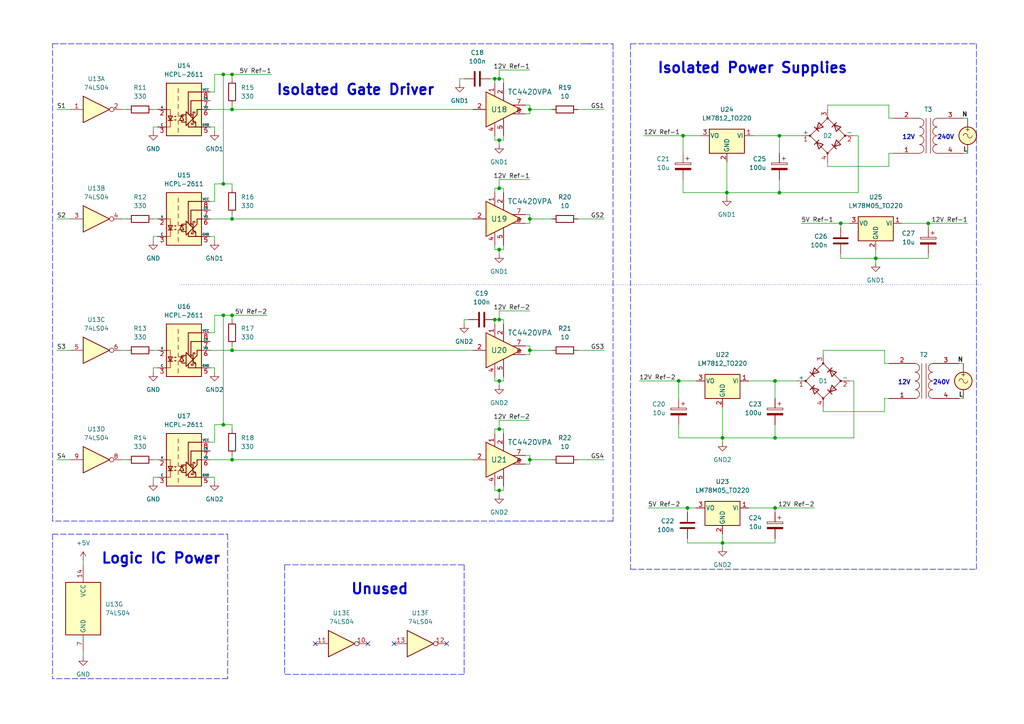
<source format=kicad_sch>
(kicad_sch (version 20211123) (generator eeschema)
  (paper "A4")
  (title_block (title "Isolated Gate Driver") (date "2023-04-19") (rev "V1") (company "Kei Carden"))
  (lib_symbols
    (symbol "2022-08-09_03-04-10:TC4420VPA" (pin_names (offset 0.254))
      (property "Reference" "U?" (at 20.32 -10.16 0))
      (property "Value" "TC4420VPA" (at 29.21 -5.08 0))
      (symbol "TC4420VPA_1_0"
        (polyline (pts (xy 16.51 -5.08) (xy 16.51 -15.24) (xy 26.67 -10.16) (xy 16.51 -5.08)) (stroke (width 0.254)) (fill (type background)))
        (pin power_in line (at 19.05 -2.54 270) (length 3.81) (name "~") (number "1"))
        (pin input line (at 12.7 -10.16 0) (length 3.81) (name "~") (number "2"))
        (pin power_in line (at 21.59 -2.54 270) (length 5) (name "~") (number "2"))
        (pin power_in line (at 19.05 -17.78 90) (length 3.81) (name "~") (number "4"))
        (pin power_in line (at 21.59 -17.78 90) (length 5) (name "~") (number "5"))
        (pin output line (at 27.94 -11.43 180) (length 3.81) (name "~") (number "6"))
        (pin output line (at 27.94 -8.89 180) (length 3.81) (name "~") (number "7"))
      )
    )
    (symbol "74xx:74LS04"
      (property "Reference" "U" (at 0 1.27 0))
      (property "Value" "74LS04" (at 0 -1.27 0))
      (symbol "74LS04_1_0"
        (polyline (pts (xy -3.81 3.81) (xy -3.81 -3.81) (xy 3.81 0) (xy -3.81 3.81)) (stroke (width 0.254)) (fill (type background)))
        (pin input line (at -7.62 0 0) (length 3.81) (name "~") (number "1"))
        (pin output inverted (at 7.62 0 180) (length 3.81) (name "~") (number "2"))
      )
      (symbol "74LS04_2_0"
        (polyline (pts (xy -3.81 3.81) (xy -3.81 -3.81) (xy 3.81 0) (xy -3.81 3.81)) (stroke (width 0.254)) (fill (type background)))
        (pin input line (at -7.62 0 0) (length 3.81) (name "~") (number "3"))
        (pin output inverted (at 7.62 0 180) (length 3.81) (name "~") (number "4"))
      )
      (symbol "74LS04_3_0"
        (polyline (pts (xy -3.81 3.81) (xy -3.81 -3.81) (xy 3.81 0) (xy -3.81 3.81)) (stroke (width 0.254)) (fill (type background)))
        (pin input line (at -7.62 0 0) (length 3.81) (name "~") (number "5"))
        (pin output inverted (at 7.62 0 180) (length 3.81) (name "~") (number "6"))
      )
      (symbol "74LS04_4_0"
        (polyline (pts (xy -3.81 3.81) (xy -3.81 -3.81) (xy 3.81 0) (xy -3.81 3.81)) (stroke (width 0.254)) (fill (type background)))
        (pin output inverted (at 7.62 0 180) (length 3.81) (name "~") (number "8"))
        (pin input line (at -7.62 0 0) (length 3.81) (name "~") (number "9"))
      )
      (symbol "74LS04_5_0"
        (polyline (pts (xy -3.81 3.81) (xy -3.81 -3.81) (xy 3.81 0) (xy -3.81 3.81)) (stroke (width 0.254)) (fill (type background)))
        (pin output inverted (at 7.62 0 180) (length 3.81) (name "~") (number "10"))
        (pin input line (at -7.62 0 0) (length 3.81) (name "~") (number "11"))
      )
      (symbol "74LS04_6_0"
        (polyline (pts (xy -3.81 3.81) (xy -3.81 -3.81) (xy 3.81 0) (xy -3.81 3.81)) (stroke (width 0.254)) (fill (type background)))
        (pin output inverted (at 7.62 0 180) (length 3.81) (name "~") (number "12"))
        (pin input line (at -7.62 0 0) (length 3.81) (name "~") (number "13"))
      )
      (symbol "74LS04_7_0"
        (pin power_in line (at 0 12.7 270) (length 5.08) (name "VCC") (number "14"))
        (pin power_in line (at 0 -12.7 90) (length 5.08) (name "GND") (number "7"))
      )
      (symbol "74LS04_7_1"
        (rectangle (start -5.08 7.62) (end 5.08 -7.62) (stroke (width 0.254)) (fill (type background)))
      )
    )
    (symbol "Device:C" (pin_numbers hide) (pin_names (offset 0.254))
      (property "Reference" "C" (at 0.635 2.54 0))
      (property "Value" "C" (at 0.635 -2.54 0))
      (symbol "C_0_1"
        (polyline (pts (xy -2.032 -0.762) (xy 2.032 -0.762)) (stroke (width 0.508)))
        (polyline (pts (xy -2.032 0.762) (xy 2.032 0.762)) (stroke (width 0.508)))
      )
      (symbol "C_1_1"
        (pin passive line (at 0 3.81 270) (length 2.794) (name "~") (number "1"))
        (pin passive line (at 0 -3.81 90) (length 2.794) (name "~") (number "2"))
      )
    )
    (symbol "Device:C_Polarized" (pin_numbers hide) (pin_names (offset 0.254))
      (property "Reference" "C" (at 0.635 2.54 0))
      (property "Value" "C_Polarized" (at 0.635 -2.54 0))
      (symbol "C_Polarized_0_1"
        (rectangle (start -2.286 0.508) (end 2.286 1.016))
        (polyline (pts (xy -1.778 2.286) (xy -0.762 2.286)))
        (polyline (pts (xy -1.27 2.794) (xy -1.27 1.778)))
        (rectangle (start 2.286 -0.508) (end -2.286 -1.016) (fill (type outline)))
      )
      (symbol "C_Polarized_1_1"
        (pin passive line (at 0 3.81 270) (length 2.794) (name "~") (number "1"))
        (pin passive line (at 0 -3.81 90) (length 2.794) (name "~") (number "2"))
      )
    )
    (symbol "Device:D_Bridge_+-AA" (pin_names (offset 0))
      (property "Reference" "D" (at 2.54 6.985 0))
      (property "Value" "D_Bridge_+-AA" (at 2.54 5.08 0))
      (symbol "D_Bridge_+-AA_0_1"
        (circle (center -5.08 0) (radius 0.254) (fill (type outline)))
        (circle (center 0 -5.08) (radius 0.254) (fill (type outline)))
        (polyline (pts (xy -2.54 3.81) (xy -1.27 2.54)) (stroke (width 0.254)))
        (polyline (pts (xy -1.27 -2.54) (xy -2.54 -3.81)) (stroke (width 0.254)))
        (polyline (pts (xy 2.54 -1.27) (xy 3.81 -2.54)) (stroke (width 0.254)))
        (polyline (pts (xy 2.54 1.27) (xy 3.81 2.54)) (stroke (width 0.254)))
        (polyline (pts (xy -3.81 2.54) (xy -2.54 1.27) (xy -1.905 3.175) (xy -3.81 2.54)) (stroke (width 0.254)))
        (polyline (pts (xy -2.54 -1.27) (xy -3.81 -2.54) (xy -1.905 -3.175) (xy -2.54 -1.27)) (stroke (width 0.254)))
        (polyline (pts (xy 1.27 2.54) (xy 2.54 3.81) (xy 3.175 1.905) (xy 1.27 2.54)) (stroke (width 0.254)))
        (polyline (pts (xy 3.175 -1.905) (xy 1.27 -2.54) (xy 2.54 -3.81) (xy 3.175 -1.905)) (stroke (width 0.254)))
        (polyline (pts (xy -5.08 0) (xy 0 -5.08) (xy 5.08 0) (xy 0 5.08) (xy -5.08 0)))
        (circle (center 0 5.08) (radius 0.254) (fill (type outline)))
        (circle (center 5.08 0) (radius 0.254) (fill (type outline)))
      )
      (symbol "D_Bridge_+-AA_1_1"
        (pin passive line (at 7.62 0 180) (length 2.54) (name "+") (number "1"))
        (pin passive line (at -7.62 0 0) (length 2.54) (name "-") (number "2"))
        (pin passive line (at 0 7.62 270) (length 2.54) (name "~") (number "3"))
        (pin passive line (at 0 -7.62 90) (length 2.54) (name "~") (number "4"))
      )
    )
    (symbol "Device:R" (pin_numbers hide) (pin_names (offset 0))
      (property "Reference" "R" (at 2.032 0 90))
      (property "Value" "R" (at 0 0 90))
      (symbol "R_0_1"
        (rectangle (start -1.016 -2.54) (end 1.016 2.54) (stroke (width 0.254)))
      )
      (symbol "R_1_1"
        (pin passive line (at 0 3.81 270) (length 1.27) (name "~") (number "1"))
        (pin passive line (at 0 -3.81 90) (length 1.27) (name "~") (number "2"))
      )
    )
    (symbol "Device:Transformer_1P_1S" (pin_names (offset 1.016) hide)
      (property "Reference" "T" (at 0 6.35 0))
      (property "Value" "Transformer_1P_1S" (at 0 -7.62 0))
      (symbol "Transformer_1P_1S_0_1"
        (arc (start -2.54 -5.0546) (mid -1.6599 -4.6901) (end -1.27 -3.81))
        (arc (start -2.54 -2.5146) (mid -1.6599 -2.1501) (end -1.27 -1.27))
        (arc (start -2.54 0.0254) (mid -1.6599 0.3899) (end -1.27 1.27))
        (arc (start -2.54 2.5654) (mid -1.6599 2.9299) (end -1.27 3.81))
        (arc (start -1.27 -3.81) (mid -1.642 -2.912) (end -2.54 -2.54))
        (arc (start -1.27 -1.27) (mid -1.642 -0.372) (end -2.54 0))
        (arc (start -1.27 1.27) (mid -1.642 2.168) (end -2.54 2.54))
        (arc (start -1.27 3.81) (mid -1.642 4.708) (end -2.54 5.08))
        (polyline (pts (xy -0.635 5.08) (xy -0.635 -5.08)))
        (polyline (pts (xy 0.635 -5.08) (xy 0.635 5.08)))
        (arc (start 1.2954 -1.27) (mid 1.6599 -2.1501) (end 2.54 -2.5146))
        (arc (start 1.2954 1.27) (mid 1.6599 0.3899) (end 2.54 0.0254))
        (arc (start 1.2954 3.81) (mid 1.6599 2.9299) (end 2.54 2.5654))
        (arc (start 1.3208 -3.81) (mid 1.6853 -4.6901) (end 2.5654 -5.0546))
        (arc (start 2.54 0) (mid 1.642 -0.372) (end 1.2954 -1.27))
        (arc (start 2.54 2.54) (mid 1.642 2.168) (end 1.2954 1.27))
        (arc (start 2.54 5.08) (mid 1.642 4.708) (end 1.2954 3.81))
        (arc (start 2.5654 -2.54) (mid 1.6674 -2.912) (end 1.3208 -3.81))
      )
      (symbol "Transformer_1P_1S_1_1"
        (pin passive line (at -10.16 5.08 0) (length 7.62) (name "AA") (number "1"))
        (pin passive line (at -10.16 -5.08 0) (length 7.62) (name "AB") (number "2"))
        (pin passive line (at 10.16 -5.08 180) (length 7.62) (name "SA") (number "3"))
        (pin passive line (at 10.16 5.08 180) (length 7.62) (name "SB") (number "4"))
      )
    )
    (symbol "Isolator:HCPL-2611" (pin_names (offset 0))
      (property "Reference" "U" (at -4.064 8.89 0))
      (property "Value" "HCPL-2611" (at 0 -8.89 0))
      (symbol "HCPL-2611_0_1"
        (polyline (pts (xy 2.667 -3.556) (xy 2.667 -1.651)) (stroke (width 0.254)))
        (polyline (pts (xy 2.667 -2.159) (xy 2.667 -2.921)) (stroke (width 0.254)))
        (polyline (pts (xy 3.429 -3.937) (xy 3.429 -5.08)) (stroke (width 0.254)))
        (polyline (pts (xy -0.635 -3.302) (xy -0.635 -3.683) (xy 0.635 -3.683)) (stroke (width 0.254)))
        (polyline (pts (xy -0.635 -1.905) (xy -0.635 -1.524) (xy 0.508 -1.524)) (stroke (width 0.254)))
        (polyline (pts (xy 1.27 -4.064) (xy 1.27 -5.08) (xy 5.08 -5.08)) (stroke (width 0.254)))
        (polyline (pts (xy 1.27 -1.27) (xy 1.27 5.08) (xy 5.08 5.08)) (stroke (width 0.254)))
        (polyline (pts (xy 2.032 -1.27) (xy 2.032 2.54) (xy 5.08 2.54)) (stroke (width 0.254)))
        (polyline (pts (xy -5.08 -5.08) (xy -3.937 -5.08) (xy -3.937 0) (xy -5.08 0)))
        (polyline (pts (xy 2.667 -3.302) (xy 2.667 -4.318) (xy 2.159 -4.318) (xy 2.159 -3.937)) (stroke (width 0.254)))
        (polyline (pts (xy 2.667 -2.667) (xy 0.635 -4.699) (xy 0.635 -0.635) (xy 2.667 -2.667)) (stroke (width 0.254)))
        (polyline (pts (xy 2.667 -1.778) (xy 2.667 -0.762) (xy 3.175 -0.762) (xy 3.175 -1.143)) (stroke (width 0.254)))
        (polyline (pts (xy 2.794 -2.54) (xy 3.81 -1.524) (xy 3.81 0) (xy 5.08 0)) (stroke (width 0.254)))
        (polyline (pts (xy 2.667 -3.175) (xy 3.429 -3.937) (xy 3.302 -3.556) (xy 3.048 -3.81) (xy 3.429 -3.937)) (stroke (width 0.254)))
        (circle (center 2.032 -1.524) (radius 0.254) (stroke (width 0.254)))
      )
      (symbol "HCPL-2611_1_1"
        (rectangle (start -5.08 7.62) (end 5.08 -7.62) (stroke (width 0.254)) (fill (type background)))
        (polyline (pts (xy -4.572 -3.175) (xy -3.302 -3.175)) (stroke (width 0.254)))
        (polyline (pts (xy -1.651 -5.334) (xy -1.651 -6.604)))
        (polyline (pts (xy -1.651 -3.048) (xy -1.651 -4.318)))
        (polyline (pts (xy -1.651 -0.762) (xy -1.651 -2.032)))
        (polyline (pts (xy -1.651 1.524) (xy -1.651 0.254)))
        (polyline (pts (xy -1.651 3.81) (xy -1.651 2.54)))
        (polyline (pts (xy -1.651 6.096) (xy -1.651 4.826)))
        (polyline (pts (xy -1.27 -1.905) (xy 0 -1.905)) (stroke (width 0.254)))
        (polyline (pts (xy -3.937 -3.175) (xy -4.572 -1.905) (xy -3.302 -1.905) (xy -3.937 -3.175)) (stroke (width 0.254)))
        (polyline (pts (xy -0.635 -1.905) (xy -1.27 -3.175) (xy 0 -3.175) (xy -0.635 -1.905)) (stroke (width 0.254)))
        (polyline (pts (xy -2.921 -3.048) (xy -2.159 -3.048) (xy -2.54 -3.175) (xy -2.54 -2.921) (xy -2.159 -3.048)) (stroke (width 0.127)))
        (polyline (pts (xy -2.921 -2.032) (xy -2.159 -2.032) (xy -2.54 -2.159) (xy -2.54 -1.905) (xy -2.159 -2.032)) (stroke (width 0.127)))
        (pin no_connect line (at -5.08 5.08 0) (length 2.54) hide (name "NC") (number "1"))
        (pin passive line (at -7.62 0 0) (length 2.54) (name "A") (number "2"))
        (pin passive line (at -7.62 -5.08 0) (length 2.54) (name "C") (number "3"))
        (pin power_in line (at 7.62 -5.08 180) (length 2.54) (name "GND") (number "5"))
        (pin open_collector line (at 7.62 0 180) (length 2.54) (name "VO") (number "6"))
        (pin input line (at 7.62 2.54 180) (length 2.54) (name "EN") (number "7"))
        (pin power_in line (at 7.62 5.08 180) (length 2.54) (name "VCC") (number "8"))
      )
    )
    (symbol "Regulator_Linear:LM7812_TO220" (pin_names (offset 0.254))
      (property "Reference" "U" (at -3.81 3.175 0))
      (property "Value" "LM7812_TO220" (at 0 3.175 0))
      (symbol "LM7812_TO220_0_1"
        (rectangle (start -5.08 1.905) (end 5.08 -5.08) (stroke (width 0.254)) (fill (type background)))
      )
      (symbol "LM7812_TO220_1_1"
        (pin power_in line (at -7.62 0 0) (length 2.54) (name "VI") (number "1"))
        (pin power_in line (at 0 -7.62 90) (length 2.54) (name "GND") (number "2"))
        (pin power_out line (at 7.62 0 180) (length 2.54) (name "VO") (number "3"))
      )
    )
    (symbol "Regulator_Linear:LM78M05_TO220" (pin_names (offset 0.254))
      (property "Reference" "U" (at -3.81 3.175 0))
      (property "Value" "LM78M05_TO220" (at 0 3.175 0))
      (symbol "LM78M05_TO220_0_1"
        (rectangle (start -5.08 1.905) (end 5.08 -5.08) (stroke (width 0.254)) (fill (type background)))
      )
      (symbol "LM78M05_TO220_1_1"
        (pin power_in line (at -7.62 0 0) (length 2.54) (name "VI") (number "1"))
        (pin power_in line (at 0 -7.62 90) (length 2.54) (name "GND") (number "2"))
        (pin power_out line (at 7.62 0 180) (length 2.54) (name "VO") (number "3"))
      )
    )
    (symbol "Simulation_SPICE:VSIN" (pin_numbers hide) (pin_names (offset 0.0254))
      (property "Reference" "V" (at 2.54 2.54 0))
      (property "Value" "VSIN" (at 2.54 0 0))
      (property "Spice_Model" "sin(0 1 1k)" (at 2.54 -2.54 0))
      (symbol "VSIN_0_0"
        (arc (start 0 0) (mid -0.635 0.635) (end -1.27 0))
        (arc (start 0 0) (mid 0.635 -0.635) (end 1.27 0))
        (text "+" (at 0 1.905 0) (effects (font (size 1.27 1.27))))
      )
      (symbol "VSIN_0_1"
        (circle (center 0 0) (radius 2.54) (stroke (width 0.254)) (fill (type background)))
      )
      (symbol "VSIN_1_1"
        (pin passive line (at 0 5.08 270) (length 2.54) (name "~") (number "1"))
        (pin passive line (at 0 -5.08 90) (length 2.54) (name "~") (number "2"))
      )
    )
    (symbol "power:+5V" (power) (pin_names (offset 0))
      (property "Value" "+5V" (at 0 3.556 0))
      (symbol "+5V_0_1"
        (polyline (pts (xy -0.762 1.27) (xy 0 2.54)))
        (polyline (pts (xy 0 0) (xy 0 2.54)))
        (polyline (pts (xy 0 2.54) (xy 0.762 1.27)))
      )
      (symbol "+5V_1_1"
        (pin power_in line (at 0 0 90) (length 0) hide (name "+5V") (number "1"))
      )
    )
    (symbol "power:GND" (power) (pin_names (offset 0))
      (property "Value" "GND" (at 0 -3.81 0))
      (symbol "GND_0_1"
        (polyline (pts (xy 0 0) (xy 0 -1.27) (xy 1.27 -1.27) (xy 0 -2.54) (xy -1.27 -1.27) (xy 0 -1.27)))
      )
      (symbol "GND_1_1"
        (pin power_in line (at 0 0 270) (length 0) hide (name "GND") (number "1"))
      )
    )
    (symbol "power:GND1" (power) (pin_names (offset 0))
      (property "Value" "GND1" (at 0 -3.81 0))
      (symbol "GND1_0_1"
        (polyline (pts (xy 0 0) (xy 0 -1.27) (xy 1.27 -1.27) (xy 0 -2.54) (xy -1.27 -1.27) (xy 0 -1.27)))
      )
      (symbol "GND1_1_1"
        (pin power_in line (at 0 0 270) (length 0) hide (name "GND1") (number "1"))
      )
    )
    (symbol "power:GND2" (power) (pin_names (offset 0))
      (property "Value" "GND2" (at 0 -3.81 0))
      (symbol "GND2_0_1"
        (polyline (pts (xy 0 0) (xy 0 -1.27) (xy 1.27 -1.27) (xy 0 -2.54) (xy -1.27 -1.27) (xy 0 -1.27)))
      )
      (symbol "GND2_1_1"
        (pin power_in line (at 0 0 270) (length 0) hide (name "GND2") (number "1"))
      )
    )
  )
  (junction (at 144.78 22.86))
  (junction (at 153.67 63.5))
  (junction (at 209.55 127))
  (junction (at 67.31 101.6))
  (junction (at 143.51 92.71))
  (junction (at 64.77 21.59))
  (junction (at 226.06 39.37))
  (junction (at 144.78 40.64))
  (junction (at 196.85 110.49))
  (junction (at 153.67 31.75))
  (junction (at 143.51 22.86))
  (junction (at 210.82 55.88))
  (junction (at 144.78 142.24))
  (junction (at 254 74.93))
  (junction (at 144.78 72.39))
  (junction (at 269.24 64.77))
  (junction (at 224.79 147.32))
  (junction (at 67.31 133.35))
  (junction (at 153.67 133.35))
  (junction (at 144.78 92.71))
  (junction (at 243.84 64.77))
  (junction (at 144.78 124.46))
  (junction (at 67.31 63.5))
  (junction (at 67.31 91.44))
  (junction (at 144.78 54.61))
  (junction (at 224.79 127))
  (junction (at 209.55 157.48))
  (junction (at 224.79 110.49))
  (junction (at 144.78 110.49))
  (junction (at 198.12 39.37))
  (junction (at 153.67 101.6))
  (junction (at 67.31 21.59))
  (junction (at 226.06 55.88))
  (junction (at 67.31 31.75))
  (junction (at 199.39 147.32))
  (junction (at 64.77 91.44))
  (junction (at 64.77 123.19))
  (junction (at 64.77 53.34))
  (no_connect (at 129.54 186.69))
  (no_connect (at 114.3 186.69))
  (no_connect (at 106.68 186.69))
  (no_connect (at 91.44 186.69))
  (wire (pts (xy 144.78 124.46) (xy 146.05 124.46)))
  (wire (pts (xy 153.67 63.5) (xy 160.02 63.5)))
  (wire (pts (xy 196.85 110.49) (xy 196.85 115.57)))
  (wire (pts (xy 60.96 138.43) (xy 62.23 138.43)))
  (wire (pts (xy 62.23 53.34) (xy 64.77 53.34)))
  (wire (pts (xy 144.78 72.39) (xy 144.78 73.66)))
  (wire (pts (xy 279.4 105.41) (xy 278.13 105.41)))
  (wire (pts (xy 143.51 109.22) (xy 143.51 110.49)))
  (wire (pts (xy 153.67 20.32) (xy 144.78 20.32)))
  (wire (pts (xy 133.35 22.86) (xy 134.62 22.86)))
  (wire (pts (xy 146.05 92.71) (xy 146.05 93.98)))
  (wire (pts (xy 146.05 71.12) (xy 146.05 72.39)))
  (wire (pts (xy 144.78 40.64) (xy 146.05 40.64)))
  (wire (pts (xy 144.78 20.32) (xy 144.78 22.86)))
  (wire (pts (xy 153.67 52.07) (xy 144.78 52.07)))
  (wire (pts (xy 44.45 63.5) (xy 45.72 63.5)))
  (wire (pts (xy 35.56 63.5) (xy 36.83 63.5)))
  (wire (pts (xy 144.78 92.71) (xy 146.05 92.71)))
  (wire (pts (xy 143.51 110.49) (xy 144.78 110.49)))
  (wire (pts (xy 279.4 115.57) (xy 278.13 115.57)))
  (wire (pts (xy 209.55 118.11) (xy 209.55 127)))
  (wire (pts (xy 146.05 140.97) (xy 146.05 142.24)))
  (wire (pts (xy 64.77 21.59) (xy 64.77 53.34)))
  (wire (pts (xy 142.24 22.86) (xy 143.51 22.86)))
  (wire (pts (xy 254 74.93) (xy 243.84 74.93)))
  (wire (pts (xy 67.31 132.08) (xy 67.31 133.35)))
  (wire (pts (xy 199.39 156.21) (xy 199.39 157.48)))
  (wire (pts (xy 256.54 101.6) (xy 256.54 105.41)))
  (wire (pts (xy 45.72 68.58) (xy 44.45 68.58)))
  (wire (pts (xy 257.81 34.29) (xy 259.08 34.29)))
  (wire (pts (xy 44.45 101.6) (xy 45.72 101.6)))
  (wire (pts (xy 67.31 123.19) (xy 67.31 124.46)))
  (wire (pts (xy 280.67 34.29) (xy 279.4 34.29)))
  (wire (pts (xy 201.93 110.49) (xy 196.85 110.49)))
  (polyline (pts (xy 66.04 154.94) (xy 66.04 196.85)))
  (polyline (pts (xy 182.88 12.7) (xy 283.21 12.7)))
  (wire (pts (xy 143.51 55.88) (xy 143.51 54.61)))
  (wire (pts (xy 152.4 62.23) (xy 153.67 62.23)))
  (wire (pts (xy 144.78 52.07) (xy 144.78 54.61)))
  (wire (pts (xy 44.45 68.58) (xy 44.45 69.85)))
  (wire (pts (xy 35.56 101.6) (xy 36.83 101.6)))
  (wire (pts (xy 254 74.93) (xy 254 76.2)))
  (wire (pts (xy 60.96 128.27) (xy 62.23 128.27)))
  (wire (pts (xy 60.96 58.42) (xy 62.23 58.42)))
  (wire (pts (xy 67.31 101.6) (xy 137.16 101.6)))
  (wire (pts (xy 143.51 40.64) (xy 144.78 40.64)))
  (wire (pts (xy 62.23 138.43) (xy 62.23 139.7)))
  (wire (pts (xy 143.51 125.73) (xy 143.51 124.46)))
  (wire (pts (xy 16.51 31.75) (xy 20.32 31.75)))
  (wire (pts (xy 44.45 106.68) (xy 44.45 107.95)))
  (wire (pts (xy 269.24 64.77) (xy 280.67 64.77)))
  (wire (pts (xy 143.51 54.61) (xy 144.78 54.61)))
  (wire (pts (xy 240.03 46.99) (xy 240.03 48.26)))
  (polyline (pts (xy 182.88 165.1) (xy 283.21 165.1)))
  (wire (pts (xy 269.24 74.93) (xy 269.24 73.66)))
  (wire (pts (xy 269.24 66.04) (xy 269.24 64.77)))
  (wire (pts (xy 248.92 55.88) (xy 226.06 55.88)))
  (polyline (pts (xy 15.24 154.94) (xy 66.04 154.94)))
  (wire (pts (xy 144.78 40.64) (xy 144.78 41.91)))
  (wire (pts (xy 167.64 133.35) (xy 175.26 133.35)))
  (wire (pts (xy 209.55 157.48) (xy 224.79 157.48)))
  (polyline (pts (xy 66.04 196.85) (xy 15.24 196.85)))
  (wire (pts (xy 144.78 90.17) (xy 144.78 92.71)))
  (wire (pts (xy 45.72 138.43) (xy 44.45 138.43)))
  (polyline (pts (xy 283.21 165.1) (xy 283.21 12.7)))
  (wire (pts (xy 280.67 44.45) (xy 279.4 44.45)))
  (wire (pts (xy 238.76 101.6) (xy 238.76 102.87)))
  (wire (pts (xy 153.67 31.75) (xy 160.02 31.75)))
  (wire (pts (xy 261.62 64.77) (xy 269.24 64.77)))
  (wire (pts (xy 167.64 31.75) (xy 175.26 31.75)))
  (wire (pts (xy 67.31 100.33) (xy 67.31 101.6)))
  (wire (pts (xy 144.78 54.61) (xy 146.05 54.61)))
  (wire (pts (xy 143.51 71.12) (xy 143.51 72.39)))
  (wire (pts (xy 144.78 72.39) (xy 146.05 72.39)))
  (wire (pts (xy 67.31 31.75) (xy 137.16 31.75)))
  (wire (pts (xy 44.45 36.83) (xy 44.45 38.1)))
  (wire (pts (xy 254 72.39) (xy 254 74.93)))
  (wire (pts (xy 152.4 134.62) (xy 153.67 134.62)))
  (wire (pts (xy 16.51 101.6) (xy 20.32 101.6)))
  (wire (pts (xy 152.4 100.33) (xy 153.67 100.33)))
  (wire (pts (xy 146.05 22.86) (xy 146.05 24.13)))
  (wire (pts (xy 198.12 52.07) (xy 198.12 55.88)))
  (wire (pts (xy 62.23 68.58) (xy 62.23 69.85)))
  (wire (pts (xy 248.92 39.37) (xy 248.92 55.88)))
  (wire (pts (xy 153.67 101.6) (xy 153.67 102.87)))
  (wire (pts (xy 209.55 127) (xy 209.55 128.27)))
  (wire (pts (xy 24.13 189.23) (xy 24.13 190.5)))
  (wire (pts (xy 210.82 55.88) (xy 210.82 57.15)))
  (wire (pts (xy 198.12 55.88) (xy 210.82 55.88)))
  (wire (pts (xy 259.08 44.45) (xy 257.81 44.45)))
  (wire (pts (xy 153.67 133.35) (xy 160.02 133.35)))
  (wire (pts (xy 254 74.93) (xy 269.24 74.93)))
  (wire (pts (xy 67.31 91.44) (xy 77.47 91.44)))
  (wire (pts (xy 186.69 39.37) (xy 198.12 39.37)))
  (wire (pts (xy 45.72 106.68) (xy 44.45 106.68)))
  (wire (pts (xy 60.96 96.52) (xy 62.23 96.52)))
  (wire (pts (xy 143.51 39.37) (xy 143.51 40.64)))
  (wire (pts (xy 203.2 39.37) (xy 198.12 39.37)))
  (wire (pts (xy 153.67 133.35) (xy 153.67 134.62)))
  (wire (pts (xy 185.42 110.49) (xy 196.85 110.49)))
  (wire (pts (xy 146.05 39.37) (xy 146.05 40.64)))
  (polyline (pts (xy 15.24 154.94) (xy 15.24 196.85)))
  (wire (pts (xy 224.79 147.32) (xy 236.22 147.32)))
  (wire (pts (xy 224.79 127) (xy 209.55 127)))
  (wire (pts (xy 226.06 39.37) (xy 218.44 39.37)))
  (wire (pts (xy 247.65 110.49) (xy 247.65 127)))
  (wire (pts (xy 44.45 138.43) (xy 44.45 139.7)))
  (wire (pts (xy 144.78 22.86) (xy 146.05 22.86)))
  (wire (pts (xy 35.56 133.35) (xy 36.83 133.35)))
  (polyline (pts (xy 170.18 12.7) (xy 177.8 12.7)))
  (polyline (pts (xy 82.55 163.83) (xy 134.62 163.83)))
  (wire (pts (xy 144.78 142.24) (xy 146.05 142.24)))
  (wire (pts (xy 257.81 30.48) (xy 240.03 30.48)))
  (wire (pts (xy 153.67 90.17) (xy 144.78 90.17)))
  (wire (pts (xy 196.85 127) (xy 209.55 127)))
  (wire (pts (xy 64.77 123.19) (xy 67.31 123.19)))
  (wire (pts (xy 67.31 63.5) (xy 137.16 63.5)))
  (wire (pts (xy 153.67 121.92) (xy 144.78 121.92)))
  (wire (pts (xy 146.05 54.61) (xy 146.05 55.88)))
  (wire (pts (xy 44.45 31.75) (xy 45.72 31.75)))
  (wire (pts (xy 152.4 64.77) (xy 153.67 64.77)))
  (wire (pts (xy 246.38 64.77) (xy 243.84 64.77)))
  (wire (pts (xy 226.06 39.37) (xy 226.06 44.45)))
  (wire (pts (xy 238.76 118.11) (xy 238.76 119.38)))
  (wire (pts (xy 199.39 147.32) (xy 199.39 148.59)))
  (wire (pts (xy 45.72 36.83) (xy 44.45 36.83)))
  (wire (pts (xy 247.65 39.37) (xy 248.92 39.37)))
  (wire (pts (xy 153.67 31.75) (xy 153.67 33.02)))
  (wire (pts (xy 143.51 72.39) (xy 144.78 72.39)))
  (wire (pts (xy 224.79 110.49) (xy 217.17 110.49)))
  (wire (pts (xy 67.31 133.35) (xy 137.16 133.35)))
  (wire (pts (xy 226.06 52.07) (xy 226.06 55.88)))
  (wire (pts (xy 256.54 101.6) (xy 238.76 101.6)))
  (wire (pts (xy 67.31 53.34) (xy 67.31 54.61)))
  (wire (pts (xy 152.4 33.02) (xy 153.67 33.02)))
  (wire (pts (xy 64.77 91.44) (xy 67.31 91.44)))
  (wire (pts (xy 64.77 53.34) (xy 67.31 53.34)))
  (wire (pts (xy 232.41 39.37) (xy 226.06 39.37)))
  (polyline (pts (xy 15.24 12.7) (xy 171.45 12.7)))
  (wire (pts (xy 67.31 21.59) (xy 67.31 22.86)))
  (wire (pts (xy 153.67 101.6) (xy 160.02 101.6)))
  (polyline (pts (xy 134.62 195.58) (xy 82.55 195.58)))
  (wire (pts (xy 134.62 93.98) (xy 134.62 92.71)))
  (wire (pts (xy 167.64 101.6) (xy 175.26 101.6)))
  (wire (pts (xy 238.76 119.38) (xy 256.54 119.38)))
  (wire (pts (xy 146.05 124.46) (xy 146.05 125.73)))
  (wire (pts (xy 153.67 132.08) (xy 153.67 133.35)))
  (wire (pts (xy 224.79 123.19) (xy 224.79 127)))
  (wire (pts (xy 143.51 142.24) (xy 144.78 142.24)))
  (wire (pts (xy 246.38 110.49) (xy 247.65 110.49)))
  (wire (pts (xy 60.96 31.75) (xy 67.31 31.75)))
  (wire (pts (xy 133.35 24.13) (xy 133.35 22.86)))
  (polyline (pts (xy 52.07 82.55) (xy 284.48 82.55)) (stroke (width 0) (type dot)))
  (wire (pts (xy 196.85 123.19) (xy 196.85 127)))
  (wire (pts (xy 201.93 147.32) (xy 199.39 147.32)))
  (wire (pts (xy 62.23 123.19) (xy 64.77 123.19)))
  (wire (pts (xy 144.78 110.49) (xy 146.05 110.49)))
  (wire (pts (xy 62.23 58.42) (xy 62.23 53.34)))
  (wire (pts (xy 62.23 21.59) (xy 64.77 21.59)))
  (wire (pts (xy 240.03 30.48) (xy 240.03 31.75)))
  (wire (pts (xy 35.56 31.75) (xy 36.83 31.75)))
  (wire (pts (xy 152.4 30.48) (xy 153.67 30.48)))
  (wire (pts (xy 62.23 36.83) (xy 62.23 38.1)))
  (wire (pts (xy 152.4 132.08) (xy 153.67 132.08)))
  (wire (pts (xy 62.23 106.68) (xy 62.23 107.95)))
  (wire (pts (xy 187.96 147.32) (xy 199.39 147.32)))
  (wire (pts (xy 224.79 110.49) (xy 224.79 115.57)))
  (wire (pts (xy 60.96 106.68) (xy 62.23 106.68)))
  (wire (pts (xy 143.51 24.13) (xy 143.51 22.86)))
  (wire (pts (xy 153.67 63.5) (xy 153.67 64.77)))
  (wire (pts (xy 62.23 96.52) (xy 62.23 91.44)))
  (polyline (pts (xy 82.55 163.83) (xy 82.55 195.58)))
  (wire (pts (xy 224.79 157.48) (xy 224.79 156.21)))
  (wire (pts (xy 143.51 93.98) (xy 143.51 92.71)))
  (wire (pts (xy 167.64 63.5) (xy 175.26 63.5)))
  (wire (pts (xy 198.12 39.37) (xy 198.12 44.45)))
  (wire (pts (xy 64.77 21.59) (xy 67.31 21.59)))
  (wire (pts (xy 60.96 26.67) (xy 62.23 26.67)))
  (wire (pts (xy 143.51 92.71) (xy 144.78 92.71)))
  (wire (pts (xy 60.96 68.58) (xy 62.23 68.58)))
  (wire (pts (xy 153.67 62.23) (xy 153.67 63.5)))
  (wire (pts (xy 67.31 30.48) (xy 67.31 31.75)))
  (wire (pts (xy 143.51 140.97) (xy 143.51 142.24)))
  (wire (pts (xy 16.51 133.35) (xy 20.32 133.35)))
  (wire (pts (xy 152.4 102.87) (xy 153.67 102.87)))
  (wire (pts (xy 153.67 100.33) (xy 153.67 101.6)))
  (wire (pts (xy 243.84 73.66) (xy 243.84 74.93)))
  (wire (pts (xy 44.45 133.35) (xy 45.72 133.35)))
  (wire (pts (xy 257.81 30.48) (xy 257.81 34.29)))
  (wire (pts (xy 153.67 30.48) (xy 153.67 31.75)))
  (wire (pts (xy 144.78 121.92) (xy 144.78 124.46)))
  (wire (pts (xy 144.78 142.24) (xy 144.78 143.51)))
  (wire (pts (xy 209.55 157.48) (xy 199.39 157.48)))
  (wire (pts (xy 134.62 92.71) (xy 135.89 92.71)))
  (wire (pts (xy 62.23 128.27) (xy 62.23 123.19)))
  (wire (pts (xy 143.51 124.46) (xy 144.78 124.46)))
  (wire (pts (xy 257.81 115.57) (xy 256.54 115.57)))
  (wire (pts (xy 217.17 147.32) (xy 224.79 147.32)))
  (wire (pts (xy 209.55 157.48) (xy 209.55 158.75)))
  (wire (pts (xy 64.77 91.44) (xy 64.77 123.19)))
  (polyline (pts (xy 177.8 12.7) (xy 177.8 151.13)))
  (wire (pts (xy 24.13 162.56) (xy 24.13 163.83)))
  (wire (pts (xy 60.96 133.35) (xy 67.31 133.35)))
  (wire (pts (xy 60.96 63.5) (xy 67.31 63.5)))
  (wire (pts (xy 231.14 110.49) (xy 224.79 110.49)))
  (wire (pts (xy 224.79 148.59) (xy 224.79 147.32)))
  (wire (pts (xy 256.54 119.38) (xy 256.54 115.57)))
  (wire (pts (xy 62.23 26.67) (xy 62.23 21.59)))
  (polyline (pts (xy 134.62 163.83) (xy 134.62 195.58)))
  (wire (pts (xy 257.81 48.26) (xy 257.81 44.45)))
  (wire (pts (xy 60.96 101.6) (xy 67.31 101.6)))
  (wire (pts (xy 60.96 36.83) (xy 62.23 36.83)))
  (wire (pts (xy 16.51 63.5) (xy 20.32 63.5)))
  (polyline (pts (xy 177.8 151.13) (xy 15.24 151.13)))
  (wire (pts (xy 209.55 154.94) (xy 209.55 157.48)))
  (wire (pts (xy 143.51 22.86) (xy 144.78 22.86)))
  (polyline (pts (xy 182.88 12.7) (xy 182.88 165.1)))
  (wire (pts (xy 243.84 64.77) (xy 243.84 66.04)))
  (wire (pts (xy 247.65 127) (xy 224.79 127)))
  (wire (pts (xy 226.06 55.88) (xy 210.82 55.88)))
  (wire (pts (xy 144.78 110.49) (xy 144.78 111.76)))
  (wire (pts (xy 62.23 91.44) (xy 64.77 91.44)))
  (wire (pts (xy 210.82 46.99) (xy 210.82 55.88)))
  (wire (pts (xy 256.54 105.41) (xy 257.81 105.41)))
  (wire (pts (xy 67.31 21.59) (xy 78.74 21.59)))
  (wire (pts (xy 67.31 91.44) (xy 67.31 92.71)))
  (wire (pts (xy 146.05 109.22) (xy 146.05 110.49)))
  (wire (pts (xy 232.41 64.77) (xy 243.84 64.77)))
  (wire (pts (xy 67.31 62.23) (xy 67.31 63.5)))
  (wire (pts (xy 240.03 48.26) (xy 257.81 48.26)))
  (polyline (pts (xy 15.24 151.13) (xy 15.24 12.7)))
  (text "12V" (at 260.35 111.76 0) (effects (font (size 1.27 1.27) bold) (justify left bottom)))
  (text "240V" (at 271.78 40.64 0) (effects (font (size 1.27 1.27) bold) (justify left bottom)))
  (text "Isolated Power Supplies" (at 190.5 21.59 0) (effects (font (size 3 3) bold) (justify left bottom)))
  (text "Logic IC Power\n" (at 29.21 163.83 0) (effects (font (size 3 3) bold) (justify left bottom)))
  (text "Unused" (at 101.6 172.72 0) (effects (font (size 3 3) (thickness 0.6) bold) (justify left bottom)))
  (text "240V" (at 270.51 111.76 0) (effects (font (size 1.27 1.27) bold) (justify left bottom)))
  (text "Isolated Gate Driver\n" (at 80.01 27.94 0) (effects (font (size 3 3) bold) (justify left bottom)))
  (text "12V" (at 261.62 40.64 0) (effects (font (size 1.27 1.27) bold) (justify left bottom)))
  (label "GS4" (at 175.26 133.35 180))
  (label "12V Ref-2" (at 153.67 121.92 180))
  (label "5V Ref-2" (at 77.47 91.44 180))
  (label "12V Ref-1" (at 153.67 52.07 180))
  (label "5V Ref-1" (at 232.41 64.77 0))
  (label "12V Ref-2" (at 185.42 110.49 0))
  (label "GS2" (at 175.26 63.5 180))
  (label "GS3" (at 175.26 101.6 180))
  (label "N" (at 280.67 34.29 180) (effects (font bold)))
  (label "S1" (at 16.51 31.75 0))
  (label "12V Ref-1" (at 153.67 20.32 180))
  (label "5V Ref-1" (at 78.74 21.59 180))
  (label "12V Ref-2" (at 236.22 147.32 180))
  (label "S2" (at 16.51 63.5 0))
  (label "L" (at 279.4 115.57 180) (effects (font bold)))
  (label "12V Ref-1" (at 280.67 64.77 180))
  (label "S4" (at 16.51 133.35 0))
  (label "L" (at 280.67 44.45 180) (effects (font bold)))
  (label "S3" (at 16.51 101.6 0))
  (label "GS1" (at 175.26 31.75 180))
  (label "5V Ref-2" (at 187.96 147.32 0))
  (label "12V Ref-2" (at 153.67 90.17 180))
  (label "N" (at 279.4 105.41 180) (effects (font bold)))
  (label "12V Ref-1" (at 186.69 39.37 0))
  (symbol (lib_id "74xx:74LS04") (at 24.13 176.53 0) (unit 7)
    (property "Reference" "U13" (at 30.48 175.2599 0) (effects (justify left)))
    (property "Value" "74LS04" (at 30.48 177.7999 0) (effects (justify left)))
    (property "Datasheet" "http://www.ti.com/lit/gpn/sn74LS04" (effects hide))
  )
  (symbol (lib_id "power:GND") (at 44.45 69.85 0) (unit 1)
    (property "Reference" "#PWR0124" (effects hide))
    (property "Value" "GND" (at 44.45 74.93 0))
  )
  (symbol (lib_id "Device:R") (at 40.64 133.35 90) (unit 1)
    (property "Reference" "R14" (at 40.64 127 90))
    (property "Value" "330" (at 40.64 129.54 90))
  )
  (symbol (lib_id "Regulator_Linear:LM78M05_TO220") (at 254 64.77 0) (mirror y) (unit 1)
    (property "Reference" "U25" (at 254 57.15 0))
    (property "Value" "LM78M05_TO220" (at 254 59.69 0))
    (property "Footprint" "Package_TO_SOT_THT:TO-220-3_Vertical" (effects hide))
    (property "Datasheet" "https://www.onsemi.com/pub/Collateral/MC78M00-D.PDF" (effects hide))
  )
  (symbol (lib_id "2022-08-09_03-04-10:TC4420VPA") (at 124.46 53.34 0) (unit 1)
    (property "Reference" "U19" (at 144.78 63.5 0) (effects (font (size 1.524 1.524))))
    (property "Value" "TC4420VPA" (at 153.67 58.42 0) (effects (font (size 1.524 1.524))))
    (property "Footprint" "PDIP8_300MC_MCH" (effects hide))
  )
  (symbol (lib_id "Device:C") (at 139.7 92.71 90) (unit 1)
    (property "Reference" "C19" (at 139.7 85.09 90))
    (property "Value" "100n" (at 139.7 87.63 90))
  )
  (symbol (lib_id "power:GND1") (at 254 76.2 0) (unit 1)
    (property "Reference" "#PWR0118" (effects hide))
    (property "Value" "GND1" (at 254 81.28 0))
  )
  (symbol (lib_id "Device:C_Polarized") (at 269.24 69.85 0) (mirror y) (unit 1)
    (property "Reference" "C27" (at 265.43 67.6909 0) (effects (justify left)))
    (property "Value" "10u" (at 265.43 70.2309 0) (effects (justify left)))
  )
  (symbol (lib_id "Device:R") (at 40.64 101.6 90) (unit 1)
    (property "Reference" "R13" (at 40.64 95.25 90))
    (property "Value" "330" (at 40.64 97.79 90))
  )
  (symbol (lib_id "74xx:74LS04") (at 27.94 63.5 0) (unit 2)
    (property "Reference" "U13" (at 27.94 54.61 0))
    (property "Value" "74LS04" (at 27.94 57.15 0))
    (property "Datasheet" "http://www.ti.com/lit/gpn/sn74LS04" (effects hide))
  )
  (symbol (lib_id "Isolator:HCPL-2611") (at 53.34 63.5 0) (unit 1)
    (property "Reference" "U15" (at 53.34 50.8 0))
    (property "Value" "HCPL-2611" (at 53.34 53.34 0))
    (property "Footprint" "Package_DIP:DIP-8_W7.62mm" (effects hide))
    (property "Datasheet" "https://docs.broadcom.com/docs/AV02-0940EN" (effects hide))
  )
  (symbol (lib_id "Device:R") (at 163.83 101.6 90) (unit 1)
    (property "Reference" "R21" (at 163.83 95.25 90))
    (property "Value" "10" (at 163.83 97.79 90))
  )
  (symbol (lib_id "power:GND") (at 44.45 139.7 0) (unit 1)
    (property "Reference" "#PWR0122" (effects hide))
    (property "Value" "GND" (at 44.45 144.78 0))
  )
  (symbol (lib_id "Isolator:HCPL-2611") (at 53.34 31.75 0) (unit 1)
    (property "Reference" "U14" (at 53.34 19.05 0))
    (property "Value" "HCPL-2611" (at 53.34 21.59 0))
    (property "Footprint" "Package_DIP:DIP-8_W7.62mm" (effects hide))
    (property "Datasheet" "https://docs.broadcom.com/docs/AV02-0940EN" (effects hide))
  )
  (symbol (lib_id "Regulator_Linear:LM7812_TO220") (at 210.82 39.37 0) (mirror y) (unit 1)
    (property "Reference" "U24" (at 210.82 31.75 0))
    (property "Value" "LM7812_TO220" (at 210.82 34.29 0))
    (property "Footprint" "Package_TO_SOT_THT:TO-220-3_Vertical" (effects hide))
    (property "Datasheet" "https://www.onsemi.cn/PowerSolutions/document/MC7800-D.PDF" (effects hide))
  )
  (symbol (lib_id "power:GND") (at 24.13 190.5 0) (unit 1)
    (property "Reference" "#PWR0134" (effects hide))
    (property "Value" "GND" (at 24.13 195.58 0))
  )
  (symbol (lib_id "Device:D_Bridge_+-AA") (at 240.03 39.37 0) (mirror y) (unit 1)
    (property "Reference" "D2" (at 240.03 39.37 0))
    (property "Value" "D_Bridge_+-AA" (effects hide))
  )
  (symbol (lib_id "2022-08-09_03-04-10:TC4420VPA") (at 124.46 123.19 0) (unit 1)
    (property "Reference" "U21" (at 144.78 133.35 0) (effects (font (size 1.524 1.524))))
    (property "Value" "TC4420VPA" (at 153.67 128.27 0) (effects (font (size 1.524 1.524))))
    (property "Footprint" "PDIP8_300MC_MCH" (effects hide))
  )
  (symbol (lib_id "Device:R") (at 67.31 26.67 0) (unit 1)
    (property "Reference" "R15" (at 69.85 25.3999 0) (effects (justify left)))
    (property "Value" "330" (at 69.85 27.9399 0) (effects (justify left)))
  )
  (symbol (lib_id "Device:R") (at 67.31 58.42 0) (unit 1)
    (property "Reference" "R16" (at 69.85 57.1499 0) (effects (justify left)))
    (property "Value" "330" (at 69.85 59.6899 0) (effects (justify left)))
  )
  (symbol (lib_id "power:GND1") (at 144.78 41.91 0) (unit 1)
    (property "Reference" "#PWR0128" (effects hide))
    (property "Value" "GND1" (at 144.78 46.99 0))
  )
  (symbol (lib_id "2022-08-09_03-04-10:TC4420VPA") (at 124.46 21.59 0) (unit 1)
    (property "Reference" "U18" (at 144.78 31.75 0) (effects (font (size 1.524 1.524))))
    (property "Value" "TC4420VPA" (at 153.67 26.67 0) (effects (font (size 1.524 1.524))))
    (property "Footprint" "PDIP8_300MC_MCH" (effects hide))
  )
  (symbol (lib_id "power:GND2") (at 144.78 143.51 0) (unit 1)
    (property "Reference" "#PWR0131" (effects hide))
    (property "Value" "GND2" (at 144.78 148.59 0))
  )
  (symbol (lib_id "74xx:74LS04") (at 27.94 31.75 0) (unit 1)
    (property "Reference" "U13" (at 27.94 22.86 0))
    (property "Value" "74LS04" (at 27.94 25.4 0))
    (property "Datasheet" "http://www.ti.com/lit/gpn/sn74LS04" (effects hide))
  )
  (symbol (lib_id "power:GND2") (at 209.55 128.27 0) (unit 1)
    (property "Reference" "#PWR0117" (effects hide))
    (property "Value" "GND2" (at 209.55 133.35 0))
  )
  (symbol (lib_id "74xx:74LS04") (at 27.94 133.35 0) (unit 4)
    (property "Reference" "U13" (at 27.94 124.46 0))
    (property "Value" "74LS04" (at 27.94 127 0))
    (property "Datasheet" "http://www.ti.com/lit/gpn/sn74LS04" (effects hide))
  )
  (symbol (lib_id "Device:R") (at 67.31 96.52 0) (unit 1)
    (property "Reference" "R17" (at 69.85 95.2499 0) (effects (justify left)))
    (property "Value" "330" (at 69.85 97.7899 0) (effects (justify left)))
  )
  (symbol (lib_id "2022-08-09_03-04-10:TC4420VPA") (at 124.46 91.44 0) (unit 1)
    (property "Reference" "U20" (at 144.78 101.6 0) (effects (font (size 1.524 1.524))))
    (property "Value" "TC4420VPA" (at 153.67 96.52 0) (effects (font (size 1.524 1.524))))
    (property "Footprint" "PDIP8_300MC_MCH" (effects hide))
  )
  (symbol (lib_id "power:GND2") (at 134.62 93.98 0) (unit 1)
    (property "Reference" "#PWR0121" (effects hide))
    (property "Value" "GND2" (at 134.62 99.06 0))
  )
  (symbol (lib_id "power:GND2") (at 209.55 158.75 0) (unit 1)
    (property "Reference" "#PWR0116" (effects hide))
    (property "Value" "GND2" (at 209.55 163.83 0))
  )
  (symbol (lib_id "Isolator:HCPL-2611") (at 53.34 101.6 0) (unit 1)
    (property "Reference" "U16" (at 53.34 88.9 0))
    (property "Value" "HCPL-2611" (at 53.34 91.44 0))
    (property "Footprint" "Package_DIP:DIP-8_W7.62mm" (effects hide))
    (property "Datasheet" "https://docs.broadcom.com/docs/AV02-0940EN" (effects hide))
  )
  (symbol (lib_id "power:GND1") (at 133.35 24.13 0) (unit 1)
    (property "Reference" "#PWR0120" (effects hide))
    (property "Value" "GND1" (at 133.35 29.21 0))
  )
  (symbol (lib_id "Device:Transformer_1P_1S") (at 267.97 110.49 0) (mirror x) (unit 1)
    (property "Reference" "T2" (at 267.9827 102.87 0))
    (property "Value" "Transformer_1P_1S" (effects hide))
  )
  (symbol (lib_id "Simulation_SPICE:VSIN") (at 280.67 39.37 0) (unit 1)
    (property "Reference" "V3" (effects hide))
    (property "Value" "VSIN" (effects hide))
    (property "Spice_Netlist_Enabled" "Y" (effects hide))
    (property "Spice_Primitive" "V" (effects hide))
    (property "Spice_Model" "sin(0 1 1k)" (effects hide))
  )
  (symbol (lib_id "power:GND2") (at 62.23 139.7 0) (unit 1)
    (property "Reference" "#PWR0123" (effects hide))
    (property "Value" "GND2" (at 62.23 144.78 0))
  )
  (symbol (lib_id "power:GND2") (at 144.78 111.76 0) (unit 1)
    (property "Reference" "#PWR0130" (effects hide))
    (property "Value" "GND2" (at 144.78 116.84 0))
  )
  (symbol (lib_id "74xx:74LS04") (at 121.92 186.69 0) (unit 6)
    (property "Reference" "U13" (at 121.92 177.8 0))
    (property "Value" "74LS04" (at 121.92 180.34 0))
    (property "Datasheet" "http://www.ti.com/lit/gpn/sn74LS04" (effects hide))
  )
  (symbol (lib_id "Device:D_Bridge_+-AA") (at 238.76 110.49 0) (mirror y) (unit 1)
    (property "Reference" "D1" (at 238.76 110.49 0))
    (property "Value" "D_Bridge_+-AA" (effects hide))
  )
  (symbol (lib_id "Device:R") (at 163.83 63.5 90) (unit 1)
    (property "Reference" "R20" (at 163.83 57.15 90))
    (property "Value" "10" (at 163.83 59.69 90))
  )
  (symbol (lib_id "power:GND1") (at 144.78 73.66 0) (unit 1)
    (property "Reference" "#PWR0129" (effects hide))
    (property "Value" "GND1" (at 144.78 78.74 0))
  )
  (symbol (lib_id "power:GND1") (at 62.23 69.85 0) (unit 1)
    (property "Reference" "#PWR0127" (effects hide))
    (property "Value" "GND1" (at 62.23 74.93 0))
  )
  (symbol (lib_id "Device:R") (at 163.83 31.75 90) (unit 1)
    (property "Reference" "R19" (at 163.83 25.4 90))
    (property "Value" "10" (at 163.83 27.94 90))
  )
  (symbol (lib_id "74xx:74LS04") (at 27.94 101.6 0) (unit 3)
    (property "Reference" "U13" (at 27.94 92.71 0))
    (property "Value" "74LS04" (at 27.94 95.25 0))
    (property "Datasheet" "http://www.ti.com/lit/gpn/sn74LS04" (effects hide))
  )
  (symbol (lib_id "Device:C_Polarized") (at 224.79 119.38 0) (mirror y) (unit 1)
    (property "Reference" "C23" (at 220.98 117.2209 0) (effects (justify left)))
    (property "Value" "100u" (at 220.98 119.7609 0) (effects (justify left)))
  )
  (symbol (lib_id "Device:C") (at 199.39 152.4 0) (mirror y) (unit 1)
    (property "Reference" "C22" (at 195.58 151.1299 0) (effects (justify left)))
    (property "Value" "100n" (at 195.58 153.6699 0) (effects (justify left)))
  )
  (symbol (lib_id "Simulation_SPICE:VSIN") (at 279.4 110.49 0) (unit 1)
    (property "Reference" "V2" (effects hide))
    (property "Value" "VSIN" (effects hide))
    (property "Spice_Netlist_Enabled" "Y" (effects hide))
    (property "Spice_Primitive" "V" (effects hide))
    (property "Spice_Model" "sin(0 1 1k)" (effects hide))
  )
  (symbol (lib_id "Regulator_Linear:LM78M05_TO220") (at 209.55 147.32 0) (mirror y) (unit 1)
    (property "Reference" "U23" (at 209.55 139.7 0))
    (property "Value" "LM78M05_TO220" (at 209.55 142.24 0))
    (property "Footprint" "Package_TO_SOT_THT:TO-220-3_Vertical" (effects hide))
    (property "Datasheet" "https://www.onsemi.com/pub/Collateral/MC78M00-D.PDF" (effects hide))
  )
  (symbol (lib_id "Device:C_Polarized") (at 198.12 48.26 0) (mirror y) (unit 1)
    (property "Reference" "C21" (at 194.31 46.1009 0) (effects (justify left)))
    (property "Value" "10u" (at 194.31 48.6409 0) (effects (justify left)))
  )
  (symbol (lib_id "Device:R") (at 40.64 63.5 90) (unit 1)
    (property "Reference" "R12" (at 40.64 57.15 90))
    (property "Value" "330" (at 40.64 59.69 90))
  )
  (symbol (lib_id "power:GND1") (at 210.82 57.15 0) (unit 1)
    (property "Reference" "#PWR0119" (effects hide))
    (property "Value" "GND1" (at 210.82 62.23 0))
  )
  (symbol (lib_id "Isolator:HCPL-2611") (at 53.34 133.35 0) (unit 1)
    (property "Reference" "U17" (at 53.34 120.65 0))
    (property "Value" "HCPL-2611" (at 53.34 123.19 0))
    (property "Footprint" "Package_DIP:DIP-8_W7.62mm" (effects hide))
    (property "Datasheet" "https://docs.broadcom.com/docs/AV02-0940EN" (effects hide))
  )
  (symbol (lib_id "Device:C_Polarized") (at 196.85 119.38 0) (mirror y) (unit 1)
    (property "Reference" "C20" (at 193.04 117.2209 0) (effects (justify left)))
    (property "Value" "10u" (at 193.04 119.7609 0) (effects (justify left)))
  )
  (symbol (lib_id "Device:R") (at 67.31 128.27 0) (unit 1)
    (property "Reference" "R18" (at 69.85 126.9999 0) (effects (justify left)))
    (property "Value" "330" (at 69.85 129.5399 0) (effects (justify left)))
  )
  (symbol (lib_id "Device:C") (at 138.43 22.86 90) (unit 1)
    (property "Reference" "C18" (at 138.43 15.24 90))
    (property "Value" "100n" (at 138.43 17.78 90))
  )
  (symbol (lib_id "power:GND2") (at 62.23 107.95 0) (unit 1)
    (property "Reference" "#PWR0133" (effects hide))
    (property "Value" "GND2" (at 62.23 113.03 0))
  )
  (symbol (lib_id "74xx:74LS04") (at 99.06 186.69 0) (unit 5)
    (property "Reference" "U13" (at 99.06 177.8 0))
    (property "Value" "74LS04" (at 99.06 180.34 0))
    (property "Datasheet" "http://www.ti.com/lit/gpn/sn74LS04" (effects hide))
  )
  (symbol (lib_id "Regulator_Linear:LM7812_TO220") (at 209.55 110.49 0) (mirror y) (unit 1)
    (property "Reference" "U22" (at 209.55 102.87 0))
    (property "Value" "LM7812_TO220" (at 209.55 105.41 0))
    (property "Footprint" "Package_TO_SOT_THT:TO-220-3_Vertical" (effects hide))
    (property "Datasheet" "https://www.onsemi.cn/PowerSolutions/document/MC7800-D.PDF" (effects hide))
  )
  (symbol (lib_id "Device:Transformer_1P_1S") (at 269.24 39.37 0) (mirror x) (unit 1)
    (property "Reference" "T3" (at 269.2527 31.75 0))
    (property "Value" "Transformer_1P_1S" (effects hide))
  )
  (symbol (lib_id "power:+5V") (at 24.13 162.56 0) (unit 1)
    (property "Reference" "#PWR0135" (effects hide))
    (property "Value" "+5V" (at 24.13 157.48 0))
  )
  (symbol (lib_id "Device:R") (at 40.64 31.75 90) (unit 1)
    (property "Reference" "R11" (at 40.64 25.4 90))
    (property "Value" "330" (at 40.64 27.94 90))
  )
  (symbol (lib_id "Device:C_Polarized") (at 226.06 48.26 0) (mirror y) (unit 1)
    (property "Reference" "C25" (at 222.25 46.1009 0) (effects (justify left)))
    (property "Value" "100u" (at 222.25 48.6409 0) (effects (justify left)))
  )
  (symbol (lib_id "Device:C_Polarized") (at 224.79 152.4 0) (mirror y) (unit 1)
    (property "Reference" "C24" (at 220.98 150.2409 0) (effects (justify left)))
    (property "Value" "10u" (at 220.98 152.7809 0) (effects (justify left)))
  )
  (symbol (lib_id "power:GND") (at 44.45 107.95 0) (unit 1)
    (property "Reference" "#PWR0132" (effects hide))
    (property "Value" "GND" (at 44.45 113.03 0))
  )
  (symbol (lib_id "Device:C") (at 243.84 69.85 0) (mirror y) (unit 1)
    (property "Reference" "C26" (at 240.03 68.5799 0) (effects (justify left)))
    (property "Value" "100n" (at 240.03 71.1199 0) (effects (justify left)))
  )
  (symbol (lib_id "Device:R") (at 163.83 133.35 90) (unit 1)
    (property "Reference" "R22" (at 163.83 127 90))
    (property "Value" "10" (at 163.83 129.54 90))
  )
  (symbol (lib_id "power:GND") (at 44.45 38.1 0) (unit 1)
    (property "Reference" "#PWR0125" (effects hide))
    (property "Value" "GND" (at 44.45 43.18 0))
  )
  (symbol (lib_id "power:GND1") (at 62.23 38.1 0) (unit 1)
    (property "Reference" "#PWR0126" (effects hide))
    (property "Value" "GND1" (at 62.23 43.18 0))
  )
)
</source>
